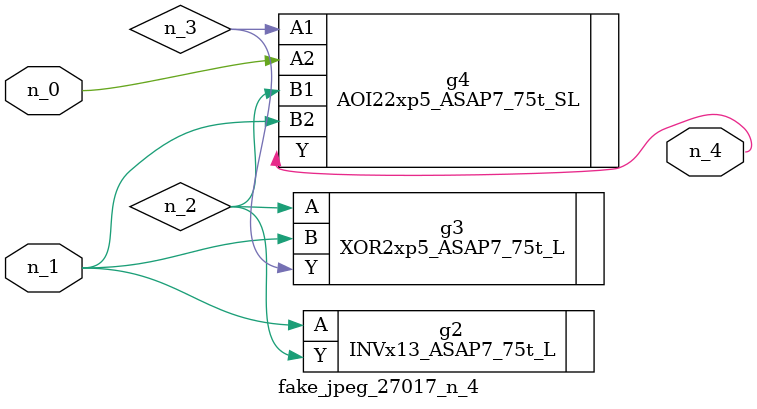
<source format=v>
module fake_jpeg_27017_n_4 (n_0, n_1, n_4);

input n_0;
input n_1;

output n_4;

wire n_3;
wire n_2;

INVx13_ASAP7_75t_L g2 ( 
.A(n_1),
.Y(n_2)
);

XOR2xp5_ASAP7_75t_L g3 ( 
.A(n_2),
.B(n_1),
.Y(n_3)
);

AOI22xp5_ASAP7_75t_SL g4 ( 
.A1(n_3),
.A2(n_0),
.B1(n_2),
.B2(n_1),
.Y(n_4)
);


endmodule
</source>
